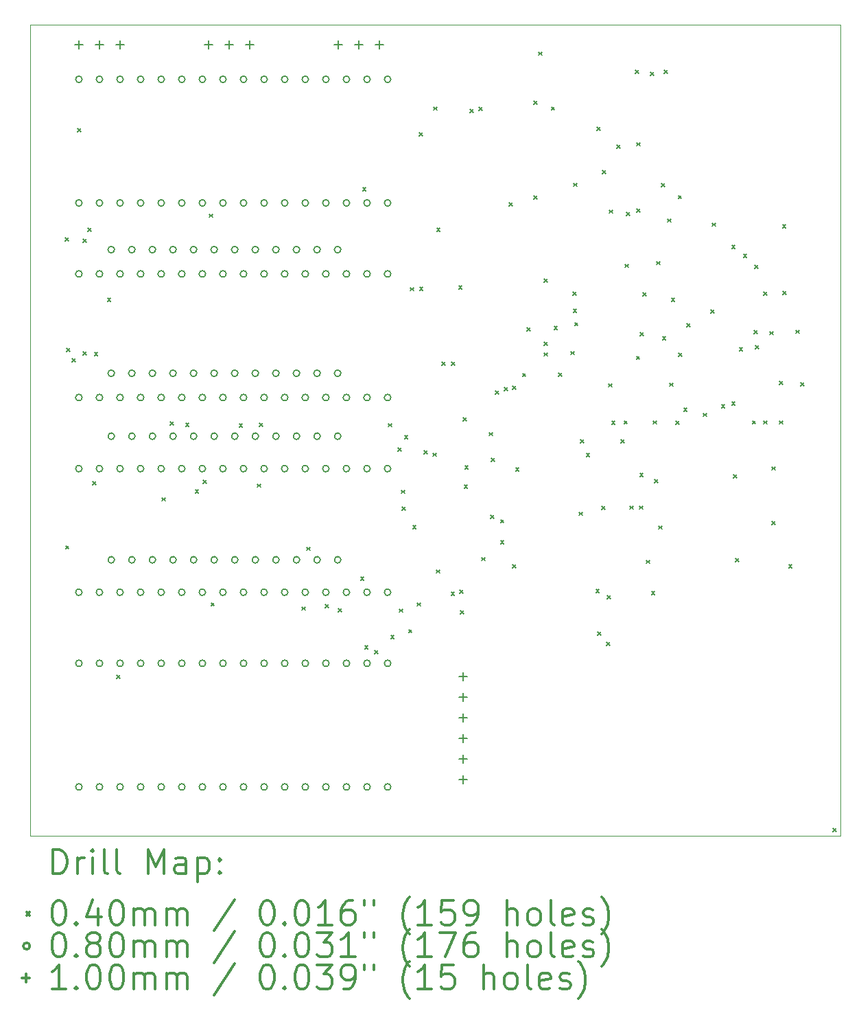
<source format=gbr>
%FSLAX45Y45*%
G04 Gerber Fmt 4.5, Leading zero omitted, Abs format (unit mm)*
G04 Created by KiCad (PCBNEW (5.1.2-1)-1) date 2020-04-02 23:09:33*
%MOMM*%
%LPD*%
G04 APERTURE LIST*
%ADD10C,0.100000*%
%ADD11C,0.200000*%
%ADD12C,0.300000*%
G04 APERTURE END LIST*
D10*
X10000000Y-13000000D02*
X10000000Y-3000000D01*
X20000000Y-13000000D02*
X10000000Y-13000000D01*
X20000000Y-3000000D02*
X20000000Y-13000000D01*
X10000000Y-3000000D02*
X20000000Y-3000000D01*
D11*
X10429990Y-5631790D02*
X10469990Y-5671790D01*
X10469990Y-5631790D02*
X10429990Y-5671790D01*
X10435960Y-9426060D02*
X10475960Y-9466060D01*
X10475960Y-9426060D02*
X10435960Y-9466060D01*
X10448150Y-6995710D02*
X10488150Y-7035710D01*
X10488150Y-6995710D02*
X10448150Y-7035710D01*
X10514990Y-7116720D02*
X10554990Y-7156720D01*
X10554990Y-7116720D02*
X10514990Y-7156720D01*
X10586900Y-4286320D02*
X10626900Y-4326320D01*
X10626900Y-4286320D02*
X10586900Y-4326320D01*
X10650170Y-5647100D02*
X10690170Y-5687100D01*
X10690170Y-5647100D02*
X10650170Y-5687100D01*
X10655120Y-7033950D02*
X10695120Y-7073950D01*
X10695120Y-7033950D02*
X10655120Y-7073950D01*
X10714010Y-5509670D02*
X10754010Y-5549670D01*
X10754010Y-5509670D02*
X10714010Y-5549670D01*
X10772620Y-8633370D02*
X10812620Y-8673370D01*
X10812620Y-8633370D02*
X10772620Y-8673370D01*
X10790980Y-7045510D02*
X10830980Y-7085510D01*
X10830980Y-7045510D02*
X10790980Y-7085510D01*
X10952440Y-6375020D02*
X10992440Y-6415020D01*
X10992440Y-6375020D02*
X10952440Y-6415020D01*
X11066500Y-11020940D02*
X11106500Y-11060940D01*
X11106500Y-11020940D02*
X11066500Y-11060940D01*
X11628170Y-8833050D02*
X11668170Y-8873050D01*
X11668170Y-8833050D02*
X11628170Y-8873050D01*
X11727650Y-7900880D02*
X11767650Y-7940880D01*
X11767650Y-7900880D02*
X11727650Y-7940880D01*
X11918030Y-7916730D02*
X11958030Y-7956730D01*
X11958030Y-7916730D02*
X11918030Y-7956730D01*
X12036610Y-8736400D02*
X12076610Y-8776400D01*
X12076610Y-8736400D02*
X12036610Y-8776400D01*
X12135590Y-8620620D02*
X12175590Y-8660620D01*
X12175590Y-8620620D02*
X12135590Y-8660620D01*
X12208420Y-5337770D02*
X12248420Y-5377770D01*
X12248420Y-5337770D02*
X12208420Y-5377770D01*
X12231000Y-10130320D02*
X12271000Y-10170320D01*
X12271000Y-10130320D02*
X12231000Y-10170320D01*
X12578610Y-7921890D02*
X12618610Y-7961890D01*
X12618610Y-7921890D02*
X12578610Y-7961890D01*
X12805230Y-8663870D02*
X12845230Y-8703870D01*
X12845230Y-8663870D02*
X12805230Y-8703870D01*
X12826990Y-7916220D02*
X12866990Y-7956220D01*
X12866990Y-7916220D02*
X12826990Y-7956220D01*
X13356240Y-10181220D02*
X13396240Y-10221220D01*
X13396240Y-10181220D02*
X13356240Y-10221220D01*
X13414780Y-9443640D02*
X13454780Y-9483640D01*
X13454780Y-9443640D02*
X13414780Y-9483640D01*
X13642470Y-10148960D02*
X13682470Y-10188960D01*
X13682470Y-10148960D02*
X13642470Y-10188960D01*
X13800120Y-10202370D02*
X13840120Y-10242370D01*
X13840120Y-10202370D02*
X13800120Y-10242370D01*
X14076550Y-9813190D02*
X14116550Y-9853190D01*
X14116550Y-9813190D02*
X14076550Y-9853190D01*
X14103490Y-5014050D02*
X14143490Y-5054050D01*
X14143490Y-5014050D02*
X14103490Y-5054050D01*
X14129120Y-10660750D02*
X14169120Y-10700750D01*
X14169120Y-10660750D02*
X14129120Y-10700750D01*
X14253320Y-10718620D02*
X14293320Y-10758620D01*
X14293320Y-10718620D02*
X14253320Y-10758620D01*
X14417130Y-7920120D02*
X14457130Y-7960120D01*
X14457130Y-7920120D02*
X14417130Y-7960120D01*
X14449890Y-10533410D02*
X14489890Y-10573410D01*
X14489890Y-10533410D02*
X14449890Y-10573410D01*
X14539290Y-8221710D02*
X14579290Y-8261710D01*
X14579290Y-8221710D02*
X14539290Y-8261710D01*
X14558120Y-10206060D02*
X14598120Y-10246060D01*
X14598120Y-10206060D02*
X14558120Y-10246060D01*
X14578620Y-8740300D02*
X14618620Y-8780300D01*
X14618620Y-8740300D02*
X14578620Y-8780300D01*
X14591250Y-8945770D02*
X14631250Y-8985770D01*
X14631250Y-8945770D02*
X14591250Y-8985770D01*
X14618240Y-8067980D02*
X14658240Y-8107980D01*
X14658240Y-8067980D02*
X14618240Y-8107980D01*
X14670770Y-10460880D02*
X14710770Y-10500880D01*
X14710770Y-10460880D02*
X14670770Y-10500880D01*
X14693470Y-6243170D02*
X14733470Y-6283170D01*
X14733470Y-6243170D02*
X14693470Y-6283170D01*
X14720560Y-9179780D02*
X14760560Y-9219780D01*
X14760560Y-9179780D02*
X14720560Y-9219780D01*
X14774110Y-10129190D02*
X14814110Y-10169190D01*
X14814110Y-10129190D02*
X14774110Y-10169190D01*
X14799290Y-4335700D02*
X14839290Y-4375700D01*
X14839290Y-4335700D02*
X14799290Y-4375700D01*
X14805390Y-6241620D02*
X14845390Y-6281620D01*
X14845390Y-6241620D02*
X14805390Y-6281620D01*
X14862920Y-8253160D02*
X14902920Y-8293160D01*
X14902920Y-8253160D02*
X14862920Y-8293160D01*
X14969800Y-8284090D02*
X15009800Y-8324090D01*
X15009800Y-8284090D02*
X14969800Y-8324090D01*
X14980900Y-4017480D02*
X15020900Y-4057480D01*
X15020900Y-4017480D02*
X14980900Y-4057480D01*
X15010200Y-9723520D02*
X15050200Y-9763520D01*
X15050200Y-9723520D02*
X15010200Y-9763520D01*
X15017260Y-5510490D02*
X15057260Y-5550490D01*
X15057260Y-5510490D02*
X15017260Y-5550490D01*
X15082190Y-7161980D02*
X15122190Y-7201980D01*
X15122190Y-7161980D02*
X15082190Y-7201980D01*
X15193870Y-9999770D02*
X15233870Y-10039770D01*
X15233870Y-9999770D02*
X15193870Y-10039770D01*
X15199440Y-7160190D02*
X15239440Y-7200190D01*
X15239440Y-7160190D02*
X15199440Y-7200190D01*
X15287810Y-6225250D02*
X15327810Y-6265250D01*
X15327810Y-6225250D02*
X15287810Y-6265250D01*
X15301100Y-9973500D02*
X15341100Y-10013500D01*
X15341100Y-9973500D02*
X15301100Y-10013500D01*
X15308850Y-10229860D02*
X15348850Y-10269860D01*
X15348850Y-10229860D02*
X15308850Y-10269860D01*
X15344160Y-7848880D02*
X15384160Y-7888880D01*
X15384160Y-7848880D02*
X15344160Y-7888880D01*
X15356320Y-8678070D02*
X15396320Y-8718070D01*
X15396320Y-8678070D02*
X15356320Y-8718070D01*
X15363710Y-8442940D02*
X15403710Y-8482940D01*
X15403710Y-8442940D02*
X15363710Y-8482940D01*
X15426020Y-4045640D02*
X15466020Y-4085640D01*
X15466020Y-4045640D02*
X15426020Y-4085640D01*
X15537460Y-4022480D02*
X15577460Y-4062480D01*
X15577460Y-4022480D02*
X15537460Y-4062480D01*
X15573870Y-9570600D02*
X15613870Y-9610600D01*
X15613870Y-9570600D02*
X15573870Y-9610600D01*
X15666060Y-8029930D02*
X15706060Y-8069930D01*
X15706060Y-8029930D02*
X15666060Y-8069930D01*
X15680820Y-9051360D02*
X15720820Y-9091360D01*
X15720820Y-9051360D02*
X15680820Y-9091360D01*
X15688900Y-8344910D02*
X15728900Y-8384910D01*
X15728900Y-8344910D02*
X15688900Y-8384910D01*
X15743060Y-7519790D02*
X15783060Y-7559790D01*
X15783060Y-7519790D02*
X15743060Y-7559790D01*
X15804920Y-9360510D02*
X15844920Y-9400510D01*
X15844920Y-9360510D02*
X15804920Y-9400510D01*
X15805090Y-9105970D02*
X15845090Y-9145970D01*
X15845090Y-9105970D02*
X15805090Y-9145970D01*
X15850060Y-7476480D02*
X15890060Y-7516480D01*
X15890060Y-7476480D02*
X15850060Y-7516480D01*
X15909850Y-5196750D02*
X15949850Y-5236750D01*
X15949850Y-5196750D02*
X15909850Y-5236750D01*
X15950090Y-7458940D02*
X15990090Y-7498940D01*
X15990090Y-7458940D02*
X15950090Y-7498940D01*
X15953260Y-9660280D02*
X15993260Y-9700280D01*
X15993260Y-9660280D02*
X15953260Y-9700280D01*
X15989680Y-8465460D02*
X16029680Y-8505460D01*
X16029680Y-8465460D02*
X15989680Y-8505460D01*
X16075870Y-7302600D02*
X16115870Y-7342600D01*
X16115870Y-7302600D02*
X16075870Y-7342600D01*
X16131290Y-6736970D02*
X16171290Y-6776970D01*
X16171290Y-6736970D02*
X16131290Y-6776970D01*
X16217560Y-3943250D02*
X16257560Y-3983250D01*
X16257560Y-3943250D02*
X16217560Y-3983250D01*
X16217700Y-5111670D02*
X16257700Y-5151670D01*
X16257700Y-5111670D02*
X16217700Y-5151670D01*
X16275160Y-3339360D02*
X16315160Y-3379360D01*
X16315160Y-3339360D02*
X16275160Y-3379360D01*
X16343780Y-6915550D02*
X16383780Y-6955550D01*
X16383780Y-6915550D02*
X16343780Y-6955550D01*
X16344330Y-6136030D02*
X16384330Y-6176030D01*
X16384330Y-6136030D02*
X16344330Y-6176030D01*
X16345110Y-7047340D02*
X16385110Y-7087340D01*
X16385110Y-7047340D02*
X16345110Y-7087340D01*
X16431650Y-4016820D02*
X16471650Y-4056820D01*
X16471650Y-4016820D02*
X16431650Y-4056820D01*
X16464180Y-6721250D02*
X16504180Y-6761250D01*
X16504180Y-6721250D02*
X16464180Y-6761250D01*
X16519370Y-7295880D02*
X16559370Y-7335880D01*
X16559370Y-7295880D02*
X16519370Y-7335880D01*
X16672980Y-7029820D02*
X16712980Y-7069820D01*
X16712980Y-7029820D02*
X16672980Y-7069820D01*
X16697580Y-6297970D02*
X16737580Y-6337970D01*
X16737580Y-6297970D02*
X16697580Y-6337970D01*
X16702010Y-6510740D02*
X16742010Y-6550740D01*
X16742010Y-6510740D02*
X16702010Y-6550740D01*
X16705950Y-4955780D02*
X16745950Y-4995780D01*
X16745950Y-4955780D02*
X16705950Y-4995780D01*
X16718420Y-6676230D02*
X16758420Y-6716230D01*
X16758420Y-6676230D02*
X16718420Y-6716230D01*
X16771760Y-9012710D02*
X16811760Y-9052710D01*
X16811760Y-9012710D02*
X16771760Y-9052710D01*
X16789750Y-8119120D02*
X16829750Y-8159120D01*
X16829750Y-8119120D02*
X16789750Y-8159120D01*
X16863020Y-8286210D02*
X16903020Y-8326210D01*
X16903020Y-8286210D02*
X16863020Y-8326210D01*
X16981190Y-9967140D02*
X17021190Y-10007140D01*
X17021190Y-9967140D02*
X16981190Y-10007140D01*
X16992820Y-4266340D02*
X17032820Y-4306340D01*
X17032820Y-4266340D02*
X16992820Y-4306340D01*
X16999940Y-10487850D02*
X17039940Y-10527850D01*
X17039940Y-10487850D02*
X16999940Y-10527850D01*
X17053930Y-8937630D02*
X17093930Y-8977630D01*
X17093930Y-8937630D02*
X17053930Y-8977630D01*
X17064210Y-4799880D02*
X17104210Y-4839880D01*
X17104210Y-4799880D02*
X17064210Y-4839880D01*
X17114920Y-10614490D02*
X17154920Y-10654490D01*
X17154920Y-10614490D02*
X17114920Y-10654490D01*
X17120450Y-10040160D02*
X17160450Y-10080160D01*
X17160450Y-10040160D02*
X17120450Y-10080160D01*
X17135780Y-7429510D02*
X17175780Y-7469510D01*
X17175780Y-7429510D02*
X17135780Y-7469510D01*
X17148760Y-5285570D02*
X17188760Y-5325570D01*
X17188760Y-5285570D02*
X17148760Y-5325570D01*
X17176800Y-7887980D02*
X17216800Y-7927980D01*
X17216800Y-7887980D02*
X17176800Y-7927980D01*
X17237280Y-4488540D02*
X17277280Y-4528540D01*
X17277280Y-4488540D02*
X17237280Y-4528540D01*
X17290080Y-8118490D02*
X17330080Y-8158490D01*
X17330080Y-8118490D02*
X17290080Y-8158490D01*
X17327890Y-7885680D02*
X17367890Y-7925680D01*
X17367890Y-7885680D02*
X17327890Y-7925680D01*
X17343570Y-5955380D02*
X17383570Y-5995380D01*
X17383570Y-5955380D02*
X17343570Y-5995380D01*
X17357100Y-5315600D02*
X17397100Y-5355600D01*
X17397100Y-5315600D02*
X17357100Y-5355600D01*
X17399230Y-8935620D02*
X17439230Y-8975620D01*
X17439230Y-8935620D02*
X17399230Y-8975620D01*
X17467060Y-3566310D02*
X17507060Y-3606310D01*
X17507060Y-3566310D02*
X17467060Y-3606310D01*
X17480750Y-7090170D02*
X17520750Y-7130170D01*
X17520750Y-7090170D02*
X17480750Y-7130170D01*
X17484350Y-4457820D02*
X17524350Y-4497820D01*
X17524350Y-4457820D02*
X17484350Y-4497820D01*
X17484350Y-5276910D02*
X17524350Y-5316910D01*
X17524350Y-5276910D02*
X17484350Y-5316910D01*
X17516440Y-8936110D02*
X17556440Y-8976110D01*
X17556440Y-8936110D02*
X17516440Y-8976110D01*
X17524200Y-8532300D02*
X17564200Y-8572300D01*
X17564200Y-8532300D02*
X17524200Y-8572300D01*
X17524410Y-6797540D02*
X17564410Y-6837540D01*
X17564410Y-6797540D02*
X17524410Y-6837540D01*
X17562440Y-6307340D02*
X17602440Y-6347340D01*
X17602440Y-6307340D02*
X17562440Y-6347340D01*
X17606460Y-9604170D02*
X17646460Y-9644170D01*
X17646460Y-9604170D02*
X17606460Y-9644170D01*
X17656860Y-3587530D02*
X17696860Y-3627530D01*
X17696860Y-3587530D02*
X17656860Y-3627530D01*
X17666420Y-9988860D02*
X17706420Y-10028860D01*
X17706420Y-9988860D02*
X17666420Y-10028860D01*
X17687080Y-7885090D02*
X17727080Y-7925090D01*
X17727080Y-7885090D02*
X17687080Y-7925090D01*
X17704270Y-8606910D02*
X17744270Y-8646910D01*
X17744270Y-8606910D02*
X17704270Y-8646910D01*
X17729390Y-5922730D02*
X17769390Y-5962730D01*
X17769390Y-5922730D02*
X17729390Y-5962730D01*
X17757250Y-9180310D02*
X17797250Y-9220310D01*
X17797250Y-9180310D02*
X17757250Y-9220310D01*
X17791490Y-4958330D02*
X17831490Y-4998330D01*
X17831490Y-4958330D02*
X17791490Y-4998330D01*
X17801410Y-6847600D02*
X17841410Y-6887600D01*
X17841410Y-6847600D02*
X17801410Y-6887600D01*
X17822060Y-3564600D02*
X17862060Y-3604600D01*
X17862060Y-3564600D02*
X17822060Y-3604600D01*
X17866780Y-5395680D02*
X17906780Y-5435680D01*
X17906780Y-5395680D02*
X17866780Y-5435680D01*
X17893510Y-7420580D02*
X17933510Y-7460580D01*
X17933510Y-7420580D02*
X17893510Y-7460580D01*
X17913670Y-6374610D02*
X17953670Y-6414610D01*
X17953670Y-6374610D02*
X17913670Y-6414610D01*
X17966170Y-7890120D02*
X18006170Y-7930120D01*
X18006170Y-7890120D02*
X17966170Y-7930120D01*
X17996980Y-5108010D02*
X18036980Y-5148010D01*
X18036980Y-5108010D02*
X17996980Y-5148010D01*
X18001930Y-7053390D02*
X18041930Y-7093390D01*
X18041930Y-7053390D02*
X18001930Y-7093390D01*
X18066000Y-7727500D02*
X18106000Y-7767500D01*
X18106000Y-7727500D02*
X18066000Y-7767500D01*
X18103410Y-6685270D02*
X18143410Y-6725270D01*
X18143410Y-6685270D02*
X18103410Y-6725270D01*
X18306600Y-7791930D02*
X18346600Y-7831930D01*
X18346600Y-7791930D02*
X18306600Y-7831930D01*
X18400030Y-6517170D02*
X18440030Y-6557170D01*
X18440030Y-6517170D02*
X18400030Y-6557170D01*
X18416100Y-5448090D02*
X18456100Y-5488090D01*
X18456100Y-5448090D02*
X18416100Y-5488090D01*
X18530360Y-7688070D02*
X18570360Y-7728070D01*
X18570360Y-7688070D02*
X18530360Y-7728070D01*
X18656700Y-5721300D02*
X18696700Y-5761300D01*
X18696700Y-5721300D02*
X18656700Y-5761300D01*
X18658630Y-7650650D02*
X18698630Y-7690650D01*
X18698630Y-7650650D02*
X18658630Y-7690650D01*
X18678400Y-8552790D02*
X18718400Y-8592790D01*
X18718400Y-8552790D02*
X18678400Y-8592790D01*
X18704910Y-9581200D02*
X18744910Y-9621200D01*
X18744910Y-9581200D02*
X18704910Y-9621200D01*
X18751100Y-6985200D02*
X18791100Y-7025200D01*
X18791100Y-6985200D02*
X18751100Y-7025200D01*
X18801180Y-5830650D02*
X18841180Y-5870650D01*
X18841180Y-5830650D02*
X18801180Y-5870650D01*
X18912240Y-7886900D02*
X18952240Y-7926900D01*
X18952240Y-7886900D02*
X18912240Y-7926900D01*
X18935540Y-6773360D02*
X18975540Y-6813360D01*
X18975540Y-6773360D02*
X18935540Y-6813360D01*
X18944150Y-5969200D02*
X18984150Y-6009200D01*
X18984150Y-5969200D02*
X18944150Y-6009200D01*
X18947550Y-6958160D02*
X18987550Y-6998160D01*
X18987550Y-6958160D02*
X18947550Y-6998160D01*
X19049510Y-6301370D02*
X19089510Y-6341370D01*
X19089510Y-6301370D02*
X19049510Y-6341370D01*
X19049510Y-7885680D02*
X19089510Y-7925680D01*
X19089510Y-7885680D02*
X19049510Y-7925680D01*
X19127210Y-6786420D02*
X19167210Y-6826420D01*
X19167210Y-6786420D02*
X19127210Y-6826420D01*
X19153620Y-8453680D02*
X19193620Y-8493680D01*
X19193620Y-8453680D02*
X19153620Y-8493680D01*
X19153620Y-9125240D02*
X19193620Y-9165240D01*
X19193620Y-9125240D02*
X19153620Y-9165240D01*
X19244430Y-7401630D02*
X19284430Y-7441630D01*
X19284430Y-7401630D02*
X19244430Y-7441630D01*
X19244430Y-7885650D02*
X19284430Y-7925650D01*
X19284430Y-7885650D02*
X19244430Y-7925650D01*
X19283720Y-5469660D02*
X19323720Y-5509660D01*
X19323720Y-5469660D02*
X19283720Y-5509660D01*
X19288730Y-6290510D02*
X19328730Y-6330510D01*
X19328730Y-6290510D02*
X19288730Y-6330510D01*
X19361260Y-9659130D02*
X19401260Y-9699130D01*
X19401260Y-9659130D02*
X19361260Y-9699130D01*
X19447490Y-6767860D02*
X19487490Y-6807860D01*
X19487490Y-6767860D02*
X19447490Y-6807860D01*
X19506340Y-7417100D02*
X19546340Y-7457100D01*
X19546340Y-7417100D02*
X19506340Y-7457100D01*
X19906300Y-12908600D02*
X19946300Y-12948600D01*
X19946300Y-12908600D02*
X19906300Y-12948600D01*
X11040000Y-5776000D02*
G75*
G03X11040000Y-5776000I-40000J0D01*
G01*
X11040000Y-7300000D02*
G75*
G03X11040000Y-7300000I-40000J0D01*
G01*
X11294000Y-5776000D02*
G75*
G03X11294000Y-5776000I-40000J0D01*
G01*
X11294000Y-7300000D02*
G75*
G03X11294000Y-7300000I-40000J0D01*
G01*
X11548000Y-5776000D02*
G75*
G03X11548000Y-5776000I-40000J0D01*
G01*
X11548000Y-7300000D02*
G75*
G03X11548000Y-7300000I-40000J0D01*
G01*
X11802000Y-5776000D02*
G75*
G03X11802000Y-5776000I-40000J0D01*
G01*
X11802000Y-7300000D02*
G75*
G03X11802000Y-7300000I-40000J0D01*
G01*
X12056000Y-5776000D02*
G75*
G03X12056000Y-5776000I-40000J0D01*
G01*
X12056000Y-7300000D02*
G75*
G03X12056000Y-7300000I-40000J0D01*
G01*
X12310000Y-5776000D02*
G75*
G03X12310000Y-5776000I-40000J0D01*
G01*
X12310000Y-7300000D02*
G75*
G03X12310000Y-7300000I-40000J0D01*
G01*
X12564000Y-5776000D02*
G75*
G03X12564000Y-5776000I-40000J0D01*
G01*
X12564000Y-7300000D02*
G75*
G03X12564000Y-7300000I-40000J0D01*
G01*
X12818000Y-5776000D02*
G75*
G03X12818000Y-5776000I-40000J0D01*
G01*
X12818000Y-7300000D02*
G75*
G03X12818000Y-7300000I-40000J0D01*
G01*
X13072000Y-5776000D02*
G75*
G03X13072000Y-5776000I-40000J0D01*
G01*
X13072000Y-7300000D02*
G75*
G03X13072000Y-7300000I-40000J0D01*
G01*
X13326000Y-5776000D02*
G75*
G03X13326000Y-5776000I-40000J0D01*
G01*
X13326000Y-7300000D02*
G75*
G03X13326000Y-7300000I-40000J0D01*
G01*
X13580000Y-5776000D02*
G75*
G03X13580000Y-5776000I-40000J0D01*
G01*
X13580000Y-7300000D02*
G75*
G03X13580000Y-7300000I-40000J0D01*
G01*
X13834000Y-5776000D02*
G75*
G03X13834000Y-5776000I-40000J0D01*
G01*
X13834000Y-7300000D02*
G75*
G03X13834000Y-7300000I-40000J0D01*
G01*
X10640000Y-10876000D02*
G75*
G03X10640000Y-10876000I-40000J0D01*
G01*
X10640000Y-12400000D02*
G75*
G03X10640000Y-12400000I-40000J0D01*
G01*
X10894000Y-10876000D02*
G75*
G03X10894000Y-10876000I-40000J0D01*
G01*
X10894000Y-12400000D02*
G75*
G03X10894000Y-12400000I-40000J0D01*
G01*
X11148000Y-10876000D02*
G75*
G03X11148000Y-10876000I-40000J0D01*
G01*
X11148000Y-12400000D02*
G75*
G03X11148000Y-12400000I-40000J0D01*
G01*
X11402000Y-10876000D02*
G75*
G03X11402000Y-10876000I-40000J0D01*
G01*
X11402000Y-12400000D02*
G75*
G03X11402000Y-12400000I-40000J0D01*
G01*
X11656000Y-10876000D02*
G75*
G03X11656000Y-10876000I-40000J0D01*
G01*
X11656000Y-12400000D02*
G75*
G03X11656000Y-12400000I-40000J0D01*
G01*
X11910000Y-10876000D02*
G75*
G03X11910000Y-10876000I-40000J0D01*
G01*
X11910000Y-12400000D02*
G75*
G03X11910000Y-12400000I-40000J0D01*
G01*
X12164000Y-10876000D02*
G75*
G03X12164000Y-10876000I-40000J0D01*
G01*
X12164000Y-12400000D02*
G75*
G03X12164000Y-12400000I-40000J0D01*
G01*
X12418000Y-10876000D02*
G75*
G03X12418000Y-10876000I-40000J0D01*
G01*
X12418000Y-12400000D02*
G75*
G03X12418000Y-12400000I-40000J0D01*
G01*
X12672000Y-10876000D02*
G75*
G03X12672000Y-10876000I-40000J0D01*
G01*
X12672000Y-12400000D02*
G75*
G03X12672000Y-12400000I-40000J0D01*
G01*
X12926000Y-10876000D02*
G75*
G03X12926000Y-10876000I-40000J0D01*
G01*
X12926000Y-12400000D02*
G75*
G03X12926000Y-12400000I-40000J0D01*
G01*
X13180000Y-10876000D02*
G75*
G03X13180000Y-10876000I-40000J0D01*
G01*
X13180000Y-12400000D02*
G75*
G03X13180000Y-12400000I-40000J0D01*
G01*
X13434000Y-10876000D02*
G75*
G03X13434000Y-10876000I-40000J0D01*
G01*
X13434000Y-12400000D02*
G75*
G03X13434000Y-12400000I-40000J0D01*
G01*
X13688000Y-10876000D02*
G75*
G03X13688000Y-10876000I-40000J0D01*
G01*
X13688000Y-12400000D02*
G75*
G03X13688000Y-12400000I-40000J0D01*
G01*
X13942000Y-10876000D02*
G75*
G03X13942000Y-10876000I-40000J0D01*
G01*
X13942000Y-12400000D02*
G75*
G03X13942000Y-12400000I-40000J0D01*
G01*
X14196000Y-10876000D02*
G75*
G03X14196000Y-10876000I-40000J0D01*
G01*
X14196000Y-12400000D02*
G75*
G03X14196000Y-12400000I-40000J0D01*
G01*
X14450000Y-10876000D02*
G75*
G03X14450000Y-10876000I-40000J0D01*
G01*
X14450000Y-12400000D02*
G75*
G03X14450000Y-12400000I-40000J0D01*
G01*
X10640000Y-3676000D02*
G75*
G03X10640000Y-3676000I-40000J0D01*
G01*
X10640000Y-5200000D02*
G75*
G03X10640000Y-5200000I-40000J0D01*
G01*
X10894000Y-3676000D02*
G75*
G03X10894000Y-3676000I-40000J0D01*
G01*
X10894000Y-5200000D02*
G75*
G03X10894000Y-5200000I-40000J0D01*
G01*
X11148000Y-3676000D02*
G75*
G03X11148000Y-3676000I-40000J0D01*
G01*
X11148000Y-5200000D02*
G75*
G03X11148000Y-5200000I-40000J0D01*
G01*
X11402000Y-3676000D02*
G75*
G03X11402000Y-3676000I-40000J0D01*
G01*
X11402000Y-5200000D02*
G75*
G03X11402000Y-5200000I-40000J0D01*
G01*
X11656000Y-3676000D02*
G75*
G03X11656000Y-3676000I-40000J0D01*
G01*
X11656000Y-5200000D02*
G75*
G03X11656000Y-5200000I-40000J0D01*
G01*
X11910000Y-3676000D02*
G75*
G03X11910000Y-3676000I-40000J0D01*
G01*
X11910000Y-5200000D02*
G75*
G03X11910000Y-5200000I-40000J0D01*
G01*
X12164000Y-3676000D02*
G75*
G03X12164000Y-3676000I-40000J0D01*
G01*
X12164000Y-5200000D02*
G75*
G03X12164000Y-5200000I-40000J0D01*
G01*
X12418000Y-3676000D02*
G75*
G03X12418000Y-3676000I-40000J0D01*
G01*
X12418000Y-5200000D02*
G75*
G03X12418000Y-5200000I-40000J0D01*
G01*
X12672000Y-3676000D02*
G75*
G03X12672000Y-3676000I-40000J0D01*
G01*
X12672000Y-5200000D02*
G75*
G03X12672000Y-5200000I-40000J0D01*
G01*
X12926000Y-3676000D02*
G75*
G03X12926000Y-3676000I-40000J0D01*
G01*
X12926000Y-5200000D02*
G75*
G03X12926000Y-5200000I-40000J0D01*
G01*
X13180000Y-3676000D02*
G75*
G03X13180000Y-3676000I-40000J0D01*
G01*
X13180000Y-5200000D02*
G75*
G03X13180000Y-5200000I-40000J0D01*
G01*
X13434000Y-3676000D02*
G75*
G03X13434000Y-3676000I-40000J0D01*
G01*
X13434000Y-5200000D02*
G75*
G03X13434000Y-5200000I-40000J0D01*
G01*
X13688000Y-3676000D02*
G75*
G03X13688000Y-3676000I-40000J0D01*
G01*
X13688000Y-5200000D02*
G75*
G03X13688000Y-5200000I-40000J0D01*
G01*
X13942000Y-3676000D02*
G75*
G03X13942000Y-3676000I-40000J0D01*
G01*
X13942000Y-5200000D02*
G75*
G03X13942000Y-5200000I-40000J0D01*
G01*
X14196000Y-3676000D02*
G75*
G03X14196000Y-3676000I-40000J0D01*
G01*
X14196000Y-5200000D02*
G75*
G03X14196000Y-5200000I-40000J0D01*
G01*
X14450000Y-3676000D02*
G75*
G03X14450000Y-3676000I-40000J0D01*
G01*
X14450000Y-5200000D02*
G75*
G03X14450000Y-5200000I-40000J0D01*
G01*
X10640000Y-6076000D02*
G75*
G03X10640000Y-6076000I-40000J0D01*
G01*
X10640000Y-7600000D02*
G75*
G03X10640000Y-7600000I-40000J0D01*
G01*
X10894000Y-6076000D02*
G75*
G03X10894000Y-6076000I-40000J0D01*
G01*
X10894000Y-7600000D02*
G75*
G03X10894000Y-7600000I-40000J0D01*
G01*
X11148000Y-6076000D02*
G75*
G03X11148000Y-6076000I-40000J0D01*
G01*
X11148000Y-7600000D02*
G75*
G03X11148000Y-7600000I-40000J0D01*
G01*
X11402000Y-6076000D02*
G75*
G03X11402000Y-6076000I-40000J0D01*
G01*
X11402000Y-7600000D02*
G75*
G03X11402000Y-7600000I-40000J0D01*
G01*
X11656000Y-6076000D02*
G75*
G03X11656000Y-6076000I-40000J0D01*
G01*
X11656000Y-7600000D02*
G75*
G03X11656000Y-7600000I-40000J0D01*
G01*
X11910000Y-6076000D02*
G75*
G03X11910000Y-6076000I-40000J0D01*
G01*
X11910000Y-7600000D02*
G75*
G03X11910000Y-7600000I-40000J0D01*
G01*
X12164000Y-6076000D02*
G75*
G03X12164000Y-6076000I-40000J0D01*
G01*
X12164000Y-7600000D02*
G75*
G03X12164000Y-7600000I-40000J0D01*
G01*
X12418000Y-6076000D02*
G75*
G03X12418000Y-6076000I-40000J0D01*
G01*
X12418000Y-7600000D02*
G75*
G03X12418000Y-7600000I-40000J0D01*
G01*
X12672000Y-6076000D02*
G75*
G03X12672000Y-6076000I-40000J0D01*
G01*
X12672000Y-7600000D02*
G75*
G03X12672000Y-7600000I-40000J0D01*
G01*
X12926000Y-6076000D02*
G75*
G03X12926000Y-6076000I-40000J0D01*
G01*
X12926000Y-7600000D02*
G75*
G03X12926000Y-7600000I-40000J0D01*
G01*
X13180000Y-6076000D02*
G75*
G03X13180000Y-6076000I-40000J0D01*
G01*
X13180000Y-7600000D02*
G75*
G03X13180000Y-7600000I-40000J0D01*
G01*
X13434000Y-6076000D02*
G75*
G03X13434000Y-6076000I-40000J0D01*
G01*
X13434000Y-7600000D02*
G75*
G03X13434000Y-7600000I-40000J0D01*
G01*
X13688000Y-6076000D02*
G75*
G03X13688000Y-6076000I-40000J0D01*
G01*
X13688000Y-7600000D02*
G75*
G03X13688000Y-7600000I-40000J0D01*
G01*
X13942000Y-6076000D02*
G75*
G03X13942000Y-6076000I-40000J0D01*
G01*
X13942000Y-7600000D02*
G75*
G03X13942000Y-7600000I-40000J0D01*
G01*
X14196000Y-6076000D02*
G75*
G03X14196000Y-6076000I-40000J0D01*
G01*
X14196000Y-7600000D02*
G75*
G03X14196000Y-7600000I-40000J0D01*
G01*
X14450000Y-6076000D02*
G75*
G03X14450000Y-6076000I-40000J0D01*
G01*
X14450000Y-7600000D02*
G75*
G03X14450000Y-7600000I-40000J0D01*
G01*
X10640000Y-8476000D02*
G75*
G03X10640000Y-8476000I-40000J0D01*
G01*
X10640000Y-10000000D02*
G75*
G03X10640000Y-10000000I-40000J0D01*
G01*
X10894000Y-8476000D02*
G75*
G03X10894000Y-8476000I-40000J0D01*
G01*
X10894000Y-10000000D02*
G75*
G03X10894000Y-10000000I-40000J0D01*
G01*
X11148000Y-8476000D02*
G75*
G03X11148000Y-8476000I-40000J0D01*
G01*
X11148000Y-10000000D02*
G75*
G03X11148000Y-10000000I-40000J0D01*
G01*
X11402000Y-8476000D02*
G75*
G03X11402000Y-8476000I-40000J0D01*
G01*
X11402000Y-10000000D02*
G75*
G03X11402000Y-10000000I-40000J0D01*
G01*
X11656000Y-8476000D02*
G75*
G03X11656000Y-8476000I-40000J0D01*
G01*
X11656000Y-10000000D02*
G75*
G03X11656000Y-10000000I-40000J0D01*
G01*
X11910000Y-8476000D02*
G75*
G03X11910000Y-8476000I-40000J0D01*
G01*
X11910000Y-10000000D02*
G75*
G03X11910000Y-10000000I-40000J0D01*
G01*
X12164000Y-8476000D02*
G75*
G03X12164000Y-8476000I-40000J0D01*
G01*
X12164000Y-10000000D02*
G75*
G03X12164000Y-10000000I-40000J0D01*
G01*
X12418000Y-8476000D02*
G75*
G03X12418000Y-8476000I-40000J0D01*
G01*
X12418000Y-10000000D02*
G75*
G03X12418000Y-10000000I-40000J0D01*
G01*
X12672000Y-8476000D02*
G75*
G03X12672000Y-8476000I-40000J0D01*
G01*
X12672000Y-10000000D02*
G75*
G03X12672000Y-10000000I-40000J0D01*
G01*
X12926000Y-8476000D02*
G75*
G03X12926000Y-8476000I-40000J0D01*
G01*
X12926000Y-10000000D02*
G75*
G03X12926000Y-10000000I-40000J0D01*
G01*
X13180000Y-8476000D02*
G75*
G03X13180000Y-8476000I-40000J0D01*
G01*
X13180000Y-10000000D02*
G75*
G03X13180000Y-10000000I-40000J0D01*
G01*
X13434000Y-8476000D02*
G75*
G03X13434000Y-8476000I-40000J0D01*
G01*
X13434000Y-10000000D02*
G75*
G03X13434000Y-10000000I-40000J0D01*
G01*
X13688000Y-8476000D02*
G75*
G03X13688000Y-8476000I-40000J0D01*
G01*
X13688000Y-10000000D02*
G75*
G03X13688000Y-10000000I-40000J0D01*
G01*
X13942000Y-8476000D02*
G75*
G03X13942000Y-8476000I-40000J0D01*
G01*
X13942000Y-10000000D02*
G75*
G03X13942000Y-10000000I-40000J0D01*
G01*
X14196000Y-8476000D02*
G75*
G03X14196000Y-8476000I-40000J0D01*
G01*
X14196000Y-10000000D02*
G75*
G03X14196000Y-10000000I-40000J0D01*
G01*
X14450000Y-8476000D02*
G75*
G03X14450000Y-8476000I-40000J0D01*
G01*
X14450000Y-10000000D02*
G75*
G03X14450000Y-10000000I-40000J0D01*
G01*
X11040000Y-8076000D02*
G75*
G03X11040000Y-8076000I-40000J0D01*
G01*
X11040000Y-9600000D02*
G75*
G03X11040000Y-9600000I-40000J0D01*
G01*
X11294000Y-8076000D02*
G75*
G03X11294000Y-8076000I-40000J0D01*
G01*
X11294000Y-9600000D02*
G75*
G03X11294000Y-9600000I-40000J0D01*
G01*
X11548000Y-8076000D02*
G75*
G03X11548000Y-8076000I-40000J0D01*
G01*
X11548000Y-9600000D02*
G75*
G03X11548000Y-9600000I-40000J0D01*
G01*
X11802000Y-8076000D02*
G75*
G03X11802000Y-8076000I-40000J0D01*
G01*
X11802000Y-9600000D02*
G75*
G03X11802000Y-9600000I-40000J0D01*
G01*
X12056000Y-8076000D02*
G75*
G03X12056000Y-8076000I-40000J0D01*
G01*
X12056000Y-9600000D02*
G75*
G03X12056000Y-9600000I-40000J0D01*
G01*
X12310000Y-8076000D02*
G75*
G03X12310000Y-8076000I-40000J0D01*
G01*
X12310000Y-9600000D02*
G75*
G03X12310000Y-9600000I-40000J0D01*
G01*
X12564000Y-8076000D02*
G75*
G03X12564000Y-8076000I-40000J0D01*
G01*
X12564000Y-9600000D02*
G75*
G03X12564000Y-9600000I-40000J0D01*
G01*
X12818000Y-8076000D02*
G75*
G03X12818000Y-8076000I-40000J0D01*
G01*
X12818000Y-9600000D02*
G75*
G03X12818000Y-9600000I-40000J0D01*
G01*
X13072000Y-8076000D02*
G75*
G03X13072000Y-8076000I-40000J0D01*
G01*
X13072000Y-9600000D02*
G75*
G03X13072000Y-9600000I-40000J0D01*
G01*
X13326000Y-8076000D02*
G75*
G03X13326000Y-8076000I-40000J0D01*
G01*
X13326000Y-9600000D02*
G75*
G03X13326000Y-9600000I-40000J0D01*
G01*
X13580000Y-8076000D02*
G75*
G03X13580000Y-8076000I-40000J0D01*
G01*
X13580000Y-9600000D02*
G75*
G03X13580000Y-9600000I-40000J0D01*
G01*
X13834000Y-8076000D02*
G75*
G03X13834000Y-8076000I-40000J0D01*
G01*
X13834000Y-9600000D02*
G75*
G03X13834000Y-9600000I-40000J0D01*
G01*
X10600000Y-3200000D02*
X10600000Y-3300000D01*
X10550000Y-3250000D02*
X10650000Y-3250000D01*
X10854000Y-3200000D02*
X10854000Y-3300000D01*
X10804000Y-3250000D02*
X10904000Y-3250000D01*
X11108000Y-3200000D02*
X11108000Y-3300000D01*
X11058000Y-3250000D02*
X11158000Y-3250000D01*
X13800000Y-3200000D02*
X13800000Y-3300000D01*
X13750000Y-3250000D02*
X13850000Y-3250000D01*
X14054000Y-3200000D02*
X14054000Y-3300000D01*
X14004000Y-3250000D02*
X14104000Y-3250000D01*
X14308000Y-3200000D02*
X14308000Y-3300000D01*
X14258000Y-3250000D02*
X14358000Y-3250000D01*
X15341600Y-10986300D02*
X15341600Y-11086300D01*
X15291600Y-11036300D02*
X15391600Y-11036300D01*
X15341600Y-11240300D02*
X15341600Y-11340300D01*
X15291600Y-11290300D02*
X15391600Y-11290300D01*
X15341600Y-11494300D02*
X15341600Y-11594300D01*
X15291600Y-11544300D02*
X15391600Y-11544300D01*
X15341600Y-11748300D02*
X15341600Y-11848300D01*
X15291600Y-11798300D02*
X15391600Y-11798300D01*
X15341600Y-12002300D02*
X15341600Y-12102300D01*
X15291600Y-12052300D02*
X15391600Y-12052300D01*
X15341600Y-12256300D02*
X15341600Y-12356300D01*
X15291600Y-12306300D02*
X15391600Y-12306300D01*
X12200000Y-3200000D02*
X12200000Y-3300000D01*
X12150000Y-3250000D02*
X12250000Y-3250000D01*
X12454000Y-3200000D02*
X12454000Y-3300000D01*
X12404000Y-3250000D02*
X12504000Y-3250000D01*
X12708000Y-3200000D02*
X12708000Y-3300000D01*
X12658000Y-3250000D02*
X12758000Y-3250000D01*
D12*
X10281428Y-13470714D02*
X10281428Y-13170714D01*
X10352857Y-13170714D01*
X10395714Y-13185000D01*
X10424286Y-13213571D01*
X10438571Y-13242143D01*
X10452857Y-13299286D01*
X10452857Y-13342143D01*
X10438571Y-13399286D01*
X10424286Y-13427857D01*
X10395714Y-13456429D01*
X10352857Y-13470714D01*
X10281428Y-13470714D01*
X10581428Y-13470714D02*
X10581428Y-13270714D01*
X10581428Y-13327857D02*
X10595714Y-13299286D01*
X10610000Y-13285000D01*
X10638571Y-13270714D01*
X10667143Y-13270714D01*
X10767143Y-13470714D02*
X10767143Y-13270714D01*
X10767143Y-13170714D02*
X10752857Y-13185000D01*
X10767143Y-13199286D01*
X10781428Y-13185000D01*
X10767143Y-13170714D01*
X10767143Y-13199286D01*
X10952857Y-13470714D02*
X10924286Y-13456429D01*
X10910000Y-13427857D01*
X10910000Y-13170714D01*
X11110000Y-13470714D02*
X11081428Y-13456429D01*
X11067143Y-13427857D01*
X11067143Y-13170714D01*
X11452857Y-13470714D02*
X11452857Y-13170714D01*
X11552857Y-13385000D01*
X11652857Y-13170714D01*
X11652857Y-13470714D01*
X11924286Y-13470714D02*
X11924286Y-13313571D01*
X11910000Y-13285000D01*
X11881428Y-13270714D01*
X11824286Y-13270714D01*
X11795714Y-13285000D01*
X11924286Y-13456429D02*
X11895714Y-13470714D01*
X11824286Y-13470714D01*
X11795714Y-13456429D01*
X11781428Y-13427857D01*
X11781428Y-13399286D01*
X11795714Y-13370714D01*
X11824286Y-13356429D01*
X11895714Y-13356429D01*
X11924286Y-13342143D01*
X12067143Y-13270714D02*
X12067143Y-13570714D01*
X12067143Y-13285000D02*
X12095714Y-13270714D01*
X12152857Y-13270714D01*
X12181428Y-13285000D01*
X12195714Y-13299286D01*
X12210000Y-13327857D01*
X12210000Y-13413571D01*
X12195714Y-13442143D01*
X12181428Y-13456429D01*
X12152857Y-13470714D01*
X12095714Y-13470714D01*
X12067143Y-13456429D01*
X12338571Y-13442143D02*
X12352857Y-13456429D01*
X12338571Y-13470714D01*
X12324286Y-13456429D01*
X12338571Y-13442143D01*
X12338571Y-13470714D01*
X12338571Y-13285000D02*
X12352857Y-13299286D01*
X12338571Y-13313571D01*
X12324286Y-13299286D01*
X12338571Y-13285000D01*
X12338571Y-13313571D01*
X9955000Y-13945000D02*
X9995000Y-13985000D01*
X9995000Y-13945000D02*
X9955000Y-13985000D01*
X10338571Y-13800714D02*
X10367143Y-13800714D01*
X10395714Y-13815000D01*
X10410000Y-13829286D01*
X10424286Y-13857857D01*
X10438571Y-13915000D01*
X10438571Y-13986429D01*
X10424286Y-14043571D01*
X10410000Y-14072143D01*
X10395714Y-14086429D01*
X10367143Y-14100714D01*
X10338571Y-14100714D01*
X10310000Y-14086429D01*
X10295714Y-14072143D01*
X10281428Y-14043571D01*
X10267143Y-13986429D01*
X10267143Y-13915000D01*
X10281428Y-13857857D01*
X10295714Y-13829286D01*
X10310000Y-13815000D01*
X10338571Y-13800714D01*
X10567143Y-14072143D02*
X10581428Y-14086429D01*
X10567143Y-14100714D01*
X10552857Y-14086429D01*
X10567143Y-14072143D01*
X10567143Y-14100714D01*
X10838571Y-13900714D02*
X10838571Y-14100714D01*
X10767143Y-13786429D02*
X10695714Y-14000714D01*
X10881428Y-14000714D01*
X11052857Y-13800714D02*
X11081428Y-13800714D01*
X11110000Y-13815000D01*
X11124286Y-13829286D01*
X11138571Y-13857857D01*
X11152857Y-13915000D01*
X11152857Y-13986429D01*
X11138571Y-14043571D01*
X11124286Y-14072143D01*
X11110000Y-14086429D01*
X11081428Y-14100714D01*
X11052857Y-14100714D01*
X11024286Y-14086429D01*
X11010000Y-14072143D01*
X10995714Y-14043571D01*
X10981428Y-13986429D01*
X10981428Y-13915000D01*
X10995714Y-13857857D01*
X11010000Y-13829286D01*
X11024286Y-13815000D01*
X11052857Y-13800714D01*
X11281428Y-14100714D02*
X11281428Y-13900714D01*
X11281428Y-13929286D02*
X11295714Y-13915000D01*
X11324286Y-13900714D01*
X11367143Y-13900714D01*
X11395714Y-13915000D01*
X11410000Y-13943571D01*
X11410000Y-14100714D01*
X11410000Y-13943571D02*
X11424286Y-13915000D01*
X11452857Y-13900714D01*
X11495714Y-13900714D01*
X11524286Y-13915000D01*
X11538571Y-13943571D01*
X11538571Y-14100714D01*
X11681428Y-14100714D02*
X11681428Y-13900714D01*
X11681428Y-13929286D02*
X11695714Y-13915000D01*
X11724286Y-13900714D01*
X11767143Y-13900714D01*
X11795714Y-13915000D01*
X11810000Y-13943571D01*
X11810000Y-14100714D01*
X11810000Y-13943571D02*
X11824286Y-13915000D01*
X11852857Y-13900714D01*
X11895714Y-13900714D01*
X11924286Y-13915000D01*
X11938571Y-13943571D01*
X11938571Y-14100714D01*
X12524286Y-13786429D02*
X12267143Y-14172143D01*
X12910000Y-13800714D02*
X12938571Y-13800714D01*
X12967143Y-13815000D01*
X12981428Y-13829286D01*
X12995714Y-13857857D01*
X13010000Y-13915000D01*
X13010000Y-13986429D01*
X12995714Y-14043571D01*
X12981428Y-14072143D01*
X12967143Y-14086429D01*
X12938571Y-14100714D01*
X12910000Y-14100714D01*
X12881428Y-14086429D01*
X12867143Y-14072143D01*
X12852857Y-14043571D01*
X12838571Y-13986429D01*
X12838571Y-13915000D01*
X12852857Y-13857857D01*
X12867143Y-13829286D01*
X12881428Y-13815000D01*
X12910000Y-13800714D01*
X13138571Y-14072143D02*
X13152857Y-14086429D01*
X13138571Y-14100714D01*
X13124286Y-14086429D01*
X13138571Y-14072143D01*
X13138571Y-14100714D01*
X13338571Y-13800714D02*
X13367143Y-13800714D01*
X13395714Y-13815000D01*
X13410000Y-13829286D01*
X13424286Y-13857857D01*
X13438571Y-13915000D01*
X13438571Y-13986429D01*
X13424286Y-14043571D01*
X13410000Y-14072143D01*
X13395714Y-14086429D01*
X13367143Y-14100714D01*
X13338571Y-14100714D01*
X13310000Y-14086429D01*
X13295714Y-14072143D01*
X13281428Y-14043571D01*
X13267143Y-13986429D01*
X13267143Y-13915000D01*
X13281428Y-13857857D01*
X13295714Y-13829286D01*
X13310000Y-13815000D01*
X13338571Y-13800714D01*
X13724286Y-14100714D02*
X13552857Y-14100714D01*
X13638571Y-14100714D02*
X13638571Y-13800714D01*
X13610000Y-13843571D01*
X13581428Y-13872143D01*
X13552857Y-13886429D01*
X13981428Y-13800714D02*
X13924286Y-13800714D01*
X13895714Y-13815000D01*
X13881428Y-13829286D01*
X13852857Y-13872143D01*
X13838571Y-13929286D01*
X13838571Y-14043571D01*
X13852857Y-14072143D01*
X13867143Y-14086429D01*
X13895714Y-14100714D01*
X13952857Y-14100714D01*
X13981428Y-14086429D01*
X13995714Y-14072143D01*
X14010000Y-14043571D01*
X14010000Y-13972143D01*
X13995714Y-13943571D01*
X13981428Y-13929286D01*
X13952857Y-13915000D01*
X13895714Y-13915000D01*
X13867143Y-13929286D01*
X13852857Y-13943571D01*
X13838571Y-13972143D01*
X14124286Y-13800714D02*
X14124286Y-13857857D01*
X14238571Y-13800714D02*
X14238571Y-13857857D01*
X14681428Y-14215000D02*
X14667143Y-14200714D01*
X14638571Y-14157857D01*
X14624286Y-14129286D01*
X14610000Y-14086429D01*
X14595714Y-14015000D01*
X14595714Y-13957857D01*
X14610000Y-13886429D01*
X14624286Y-13843571D01*
X14638571Y-13815000D01*
X14667143Y-13772143D01*
X14681428Y-13757857D01*
X14952857Y-14100714D02*
X14781428Y-14100714D01*
X14867143Y-14100714D02*
X14867143Y-13800714D01*
X14838571Y-13843571D01*
X14810000Y-13872143D01*
X14781428Y-13886429D01*
X15224286Y-13800714D02*
X15081428Y-13800714D01*
X15067143Y-13943571D01*
X15081428Y-13929286D01*
X15110000Y-13915000D01*
X15181428Y-13915000D01*
X15210000Y-13929286D01*
X15224286Y-13943571D01*
X15238571Y-13972143D01*
X15238571Y-14043571D01*
X15224286Y-14072143D01*
X15210000Y-14086429D01*
X15181428Y-14100714D01*
X15110000Y-14100714D01*
X15081428Y-14086429D01*
X15067143Y-14072143D01*
X15381428Y-14100714D02*
X15438571Y-14100714D01*
X15467143Y-14086429D01*
X15481428Y-14072143D01*
X15510000Y-14029286D01*
X15524286Y-13972143D01*
X15524286Y-13857857D01*
X15510000Y-13829286D01*
X15495714Y-13815000D01*
X15467143Y-13800714D01*
X15410000Y-13800714D01*
X15381428Y-13815000D01*
X15367143Y-13829286D01*
X15352857Y-13857857D01*
X15352857Y-13929286D01*
X15367143Y-13957857D01*
X15381428Y-13972143D01*
X15410000Y-13986429D01*
X15467143Y-13986429D01*
X15495714Y-13972143D01*
X15510000Y-13957857D01*
X15524286Y-13929286D01*
X15881428Y-14100714D02*
X15881428Y-13800714D01*
X16010000Y-14100714D02*
X16010000Y-13943571D01*
X15995714Y-13915000D01*
X15967143Y-13900714D01*
X15924286Y-13900714D01*
X15895714Y-13915000D01*
X15881428Y-13929286D01*
X16195714Y-14100714D02*
X16167143Y-14086429D01*
X16152857Y-14072143D01*
X16138571Y-14043571D01*
X16138571Y-13957857D01*
X16152857Y-13929286D01*
X16167143Y-13915000D01*
X16195714Y-13900714D01*
X16238571Y-13900714D01*
X16267143Y-13915000D01*
X16281428Y-13929286D01*
X16295714Y-13957857D01*
X16295714Y-14043571D01*
X16281428Y-14072143D01*
X16267143Y-14086429D01*
X16238571Y-14100714D01*
X16195714Y-14100714D01*
X16467143Y-14100714D02*
X16438571Y-14086429D01*
X16424286Y-14057857D01*
X16424286Y-13800714D01*
X16695714Y-14086429D02*
X16667143Y-14100714D01*
X16610000Y-14100714D01*
X16581428Y-14086429D01*
X16567143Y-14057857D01*
X16567143Y-13943571D01*
X16581428Y-13915000D01*
X16610000Y-13900714D01*
X16667143Y-13900714D01*
X16695714Y-13915000D01*
X16710000Y-13943571D01*
X16710000Y-13972143D01*
X16567143Y-14000714D01*
X16824286Y-14086429D02*
X16852857Y-14100714D01*
X16910000Y-14100714D01*
X16938571Y-14086429D01*
X16952857Y-14057857D01*
X16952857Y-14043571D01*
X16938571Y-14015000D01*
X16910000Y-14000714D01*
X16867143Y-14000714D01*
X16838571Y-13986429D01*
X16824286Y-13957857D01*
X16824286Y-13943571D01*
X16838571Y-13915000D01*
X16867143Y-13900714D01*
X16910000Y-13900714D01*
X16938571Y-13915000D01*
X17052857Y-14215000D02*
X17067143Y-14200714D01*
X17095714Y-14157857D01*
X17110000Y-14129286D01*
X17124286Y-14086429D01*
X17138571Y-14015000D01*
X17138571Y-13957857D01*
X17124286Y-13886429D01*
X17110000Y-13843571D01*
X17095714Y-13815000D01*
X17067143Y-13772143D01*
X17052857Y-13757857D01*
X9995000Y-14361000D02*
G75*
G03X9995000Y-14361000I-40000J0D01*
G01*
X10338571Y-14196714D02*
X10367143Y-14196714D01*
X10395714Y-14211000D01*
X10410000Y-14225286D01*
X10424286Y-14253857D01*
X10438571Y-14311000D01*
X10438571Y-14382429D01*
X10424286Y-14439571D01*
X10410000Y-14468143D01*
X10395714Y-14482429D01*
X10367143Y-14496714D01*
X10338571Y-14496714D01*
X10310000Y-14482429D01*
X10295714Y-14468143D01*
X10281428Y-14439571D01*
X10267143Y-14382429D01*
X10267143Y-14311000D01*
X10281428Y-14253857D01*
X10295714Y-14225286D01*
X10310000Y-14211000D01*
X10338571Y-14196714D01*
X10567143Y-14468143D02*
X10581428Y-14482429D01*
X10567143Y-14496714D01*
X10552857Y-14482429D01*
X10567143Y-14468143D01*
X10567143Y-14496714D01*
X10752857Y-14325286D02*
X10724286Y-14311000D01*
X10710000Y-14296714D01*
X10695714Y-14268143D01*
X10695714Y-14253857D01*
X10710000Y-14225286D01*
X10724286Y-14211000D01*
X10752857Y-14196714D01*
X10810000Y-14196714D01*
X10838571Y-14211000D01*
X10852857Y-14225286D01*
X10867143Y-14253857D01*
X10867143Y-14268143D01*
X10852857Y-14296714D01*
X10838571Y-14311000D01*
X10810000Y-14325286D01*
X10752857Y-14325286D01*
X10724286Y-14339571D01*
X10710000Y-14353857D01*
X10695714Y-14382429D01*
X10695714Y-14439571D01*
X10710000Y-14468143D01*
X10724286Y-14482429D01*
X10752857Y-14496714D01*
X10810000Y-14496714D01*
X10838571Y-14482429D01*
X10852857Y-14468143D01*
X10867143Y-14439571D01*
X10867143Y-14382429D01*
X10852857Y-14353857D01*
X10838571Y-14339571D01*
X10810000Y-14325286D01*
X11052857Y-14196714D02*
X11081428Y-14196714D01*
X11110000Y-14211000D01*
X11124286Y-14225286D01*
X11138571Y-14253857D01*
X11152857Y-14311000D01*
X11152857Y-14382429D01*
X11138571Y-14439571D01*
X11124286Y-14468143D01*
X11110000Y-14482429D01*
X11081428Y-14496714D01*
X11052857Y-14496714D01*
X11024286Y-14482429D01*
X11010000Y-14468143D01*
X10995714Y-14439571D01*
X10981428Y-14382429D01*
X10981428Y-14311000D01*
X10995714Y-14253857D01*
X11010000Y-14225286D01*
X11024286Y-14211000D01*
X11052857Y-14196714D01*
X11281428Y-14496714D02*
X11281428Y-14296714D01*
X11281428Y-14325286D02*
X11295714Y-14311000D01*
X11324286Y-14296714D01*
X11367143Y-14296714D01*
X11395714Y-14311000D01*
X11410000Y-14339571D01*
X11410000Y-14496714D01*
X11410000Y-14339571D02*
X11424286Y-14311000D01*
X11452857Y-14296714D01*
X11495714Y-14296714D01*
X11524286Y-14311000D01*
X11538571Y-14339571D01*
X11538571Y-14496714D01*
X11681428Y-14496714D02*
X11681428Y-14296714D01*
X11681428Y-14325286D02*
X11695714Y-14311000D01*
X11724286Y-14296714D01*
X11767143Y-14296714D01*
X11795714Y-14311000D01*
X11810000Y-14339571D01*
X11810000Y-14496714D01*
X11810000Y-14339571D02*
X11824286Y-14311000D01*
X11852857Y-14296714D01*
X11895714Y-14296714D01*
X11924286Y-14311000D01*
X11938571Y-14339571D01*
X11938571Y-14496714D01*
X12524286Y-14182429D02*
X12267143Y-14568143D01*
X12910000Y-14196714D02*
X12938571Y-14196714D01*
X12967143Y-14211000D01*
X12981428Y-14225286D01*
X12995714Y-14253857D01*
X13010000Y-14311000D01*
X13010000Y-14382429D01*
X12995714Y-14439571D01*
X12981428Y-14468143D01*
X12967143Y-14482429D01*
X12938571Y-14496714D01*
X12910000Y-14496714D01*
X12881428Y-14482429D01*
X12867143Y-14468143D01*
X12852857Y-14439571D01*
X12838571Y-14382429D01*
X12838571Y-14311000D01*
X12852857Y-14253857D01*
X12867143Y-14225286D01*
X12881428Y-14211000D01*
X12910000Y-14196714D01*
X13138571Y-14468143D02*
X13152857Y-14482429D01*
X13138571Y-14496714D01*
X13124286Y-14482429D01*
X13138571Y-14468143D01*
X13138571Y-14496714D01*
X13338571Y-14196714D02*
X13367143Y-14196714D01*
X13395714Y-14211000D01*
X13410000Y-14225286D01*
X13424286Y-14253857D01*
X13438571Y-14311000D01*
X13438571Y-14382429D01*
X13424286Y-14439571D01*
X13410000Y-14468143D01*
X13395714Y-14482429D01*
X13367143Y-14496714D01*
X13338571Y-14496714D01*
X13310000Y-14482429D01*
X13295714Y-14468143D01*
X13281428Y-14439571D01*
X13267143Y-14382429D01*
X13267143Y-14311000D01*
X13281428Y-14253857D01*
X13295714Y-14225286D01*
X13310000Y-14211000D01*
X13338571Y-14196714D01*
X13538571Y-14196714D02*
X13724286Y-14196714D01*
X13624286Y-14311000D01*
X13667143Y-14311000D01*
X13695714Y-14325286D01*
X13710000Y-14339571D01*
X13724286Y-14368143D01*
X13724286Y-14439571D01*
X13710000Y-14468143D01*
X13695714Y-14482429D01*
X13667143Y-14496714D01*
X13581428Y-14496714D01*
X13552857Y-14482429D01*
X13538571Y-14468143D01*
X14010000Y-14496714D02*
X13838571Y-14496714D01*
X13924286Y-14496714D02*
X13924286Y-14196714D01*
X13895714Y-14239571D01*
X13867143Y-14268143D01*
X13838571Y-14282429D01*
X14124286Y-14196714D02*
X14124286Y-14253857D01*
X14238571Y-14196714D02*
X14238571Y-14253857D01*
X14681428Y-14611000D02*
X14667143Y-14596714D01*
X14638571Y-14553857D01*
X14624286Y-14525286D01*
X14610000Y-14482429D01*
X14595714Y-14411000D01*
X14595714Y-14353857D01*
X14610000Y-14282429D01*
X14624286Y-14239571D01*
X14638571Y-14211000D01*
X14667143Y-14168143D01*
X14681428Y-14153857D01*
X14952857Y-14496714D02*
X14781428Y-14496714D01*
X14867143Y-14496714D02*
X14867143Y-14196714D01*
X14838571Y-14239571D01*
X14810000Y-14268143D01*
X14781428Y-14282429D01*
X15052857Y-14196714D02*
X15252857Y-14196714D01*
X15124286Y-14496714D01*
X15495714Y-14196714D02*
X15438571Y-14196714D01*
X15410000Y-14211000D01*
X15395714Y-14225286D01*
X15367143Y-14268143D01*
X15352857Y-14325286D01*
X15352857Y-14439571D01*
X15367143Y-14468143D01*
X15381428Y-14482429D01*
X15410000Y-14496714D01*
X15467143Y-14496714D01*
X15495714Y-14482429D01*
X15510000Y-14468143D01*
X15524286Y-14439571D01*
X15524286Y-14368143D01*
X15510000Y-14339571D01*
X15495714Y-14325286D01*
X15467143Y-14311000D01*
X15410000Y-14311000D01*
X15381428Y-14325286D01*
X15367143Y-14339571D01*
X15352857Y-14368143D01*
X15881428Y-14496714D02*
X15881428Y-14196714D01*
X16010000Y-14496714D02*
X16010000Y-14339571D01*
X15995714Y-14311000D01*
X15967143Y-14296714D01*
X15924286Y-14296714D01*
X15895714Y-14311000D01*
X15881428Y-14325286D01*
X16195714Y-14496714D02*
X16167143Y-14482429D01*
X16152857Y-14468143D01*
X16138571Y-14439571D01*
X16138571Y-14353857D01*
X16152857Y-14325286D01*
X16167143Y-14311000D01*
X16195714Y-14296714D01*
X16238571Y-14296714D01*
X16267143Y-14311000D01*
X16281428Y-14325286D01*
X16295714Y-14353857D01*
X16295714Y-14439571D01*
X16281428Y-14468143D01*
X16267143Y-14482429D01*
X16238571Y-14496714D01*
X16195714Y-14496714D01*
X16467143Y-14496714D02*
X16438571Y-14482429D01*
X16424286Y-14453857D01*
X16424286Y-14196714D01*
X16695714Y-14482429D02*
X16667143Y-14496714D01*
X16610000Y-14496714D01*
X16581428Y-14482429D01*
X16567143Y-14453857D01*
X16567143Y-14339571D01*
X16581428Y-14311000D01*
X16610000Y-14296714D01*
X16667143Y-14296714D01*
X16695714Y-14311000D01*
X16710000Y-14339571D01*
X16710000Y-14368143D01*
X16567143Y-14396714D01*
X16824286Y-14482429D02*
X16852857Y-14496714D01*
X16910000Y-14496714D01*
X16938571Y-14482429D01*
X16952857Y-14453857D01*
X16952857Y-14439571D01*
X16938571Y-14411000D01*
X16910000Y-14396714D01*
X16867143Y-14396714D01*
X16838571Y-14382429D01*
X16824286Y-14353857D01*
X16824286Y-14339571D01*
X16838571Y-14311000D01*
X16867143Y-14296714D01*
X16910000Y-14296714D01*
X16938571Y-14311000D01*
X17052857Y-14611000D02*
X17067143Y-14596714D01*
X17095714Y-14553857D01*
X17110000Y-14525286D01*
X17124286Y-14482429D01*
X17138571Y-14411000D01*
X17138571Y-14353857D01*
X17124286Y-14282429D01*
X17110000Y-14239571D01*
X17095714Y-14211000D01*
X17067143Y-14168143D01*
X17052857Y-14153857D01*
X9945000Y-14707000D02*
X9945000Y-14807000D01*
X9895000Y-14757000D02*
X9995000Y-14757000D01*
X10438571Y-14892714D02*
X10267143Y-14892714D01*
X10352857Y-14892714D02*
X10352857Y-14592714D01*
X10324286Y-14635571D01*
X10295714Y-14664143D01*
X10267143Y-14678429D01*
X10567143Y-14864143D02*
X10581428Y-14878429D01*
X10567143Y-14892714D01*
X10552857Y-14878429D01*
X10567143Y-14864143D01*
X10567143Y-14892714D01*
X10767143Y-14592714D02*
X10795714Y-14592714D01*
X10824286Y-14607000D01*
X10838571Y-14621286D01*
X10852857Y-14649857D01*
X10867143Y-14707000D01*
X10867143Y-14778429D01*
X10852857Y-14835571D01*
X10838571Y-14864143D01*
X10824286Y-14878429D01*
X10795714Y-14892714D01*
X10767143Y-14892714D01*
X10738571Y-14878429D01*
X10724286Y-14864143D01*
X10710000Y-14835571D01*
X10695714Y-14778429D01*
X10695714Y-14707000D01*
X10710000Y-14649857D01*
X10724286Y-14621286D01*
X10738571Y-14607000D01*
X10767143Y-14592714D01*
X11052857Y-14592714D02*
X11081428Y-14592714D01*
X11110000Y-14607000D01*
X11124286Y-14621286D01*
X11138571Y-14649857D01*
X11152857Y-14707000D01*
X11152857Y-14778429D01*
X11138571Y-14835571D01*
X11124286Y-14864143D01*
X11110000Y-14878429D01*
X11081428Y-14892714D01*
X11052857Y-14892714D01*
X11024286Y-14878429D01*
X11010000Y-14864143D01*
X10995714Y-14835571D01*
X10981428Y-14778429D01*
X10981428Y-14707000D01*
X10995714Y-14649857D01*
X11010000Y-14621286D01*
X11024286Y-14607000D01*
X11052857Y-14592714D01*
X11281428Y-14892714D02*
X11281428Y-14692714D01*
X11281428Y-14721286D02*
X11295714Y-14707000D01*
X11324286Y-14692714D01*
X11367143Y-14692714D01*
X11395714Y-14707000D01*
X11410000Y-14735571D01*
X11410000Y-14892714D01*
X11410000Y-14735571D02*
X11424286Y-14707000D01*
X11452857Y-14692714D01*
X11495714Y-14692714D01*
X11524286Y-14707000D01*
X11538571Y-14735571D01*
X11538571Y-14892714D01*
X11681428Y-14892714D02*
X11681428Y-14692714D01*
X11681428Y-14721286D02*
X11695714Y-14707000D01*
X11724286Y-14692714D01*
X11767143Y-14692714D01*
X11795714Y-14707000D01*
X11810000Y-14735571D01*
X11810000Y-14892714D01*
X11810000Y-14735571D02*
X11824286Y-14707000D01*
X11852857Y-14692714D01*
X11895714Y-14692714D01*
X11924286Y-14707000D01*
X11938571Y-14735571D01*
X11938571Y-14892714D01*
X12524286Y-14578429D02*
X12267143Y-14964143D01*
X12910000Y-14592714D02*
X12938571Y-14592714D01*
X12967143Y-14607000D01*
X12981428Y-14621286D01*
X12995714Y-14649857D01*
X13010000Y-14707000D01*
X13010000Y-14778429D01*
X12995714Y-14835571D01*
X12981428Y-14864143D01*
X12967143Y-14878429D01*
X12938571Y-14892714D01*
X12910000Y-14892714D01*
X12881428Y-14878429D01*
X12867143Y-14864143D01*
X12852857Y-14835571D01*
X12838571Y-14778429D01*
X12838571Y-14707000D01*
X12852857Y-14649857D01*
X12867143Y-14621286D01*
X12881428Y-14607000D01*
X12910000Y-14592714D01*
X13138571Y-14864143D02*
X13152857Y-14878429D01*
X13138571Y-14892714D01*
X13124286Y-14878429D01*
X13138571Y-14864143D01*
X13138571Y-14892714D01*
X13338571Y-14592714D02*
X13367143Y-14592714D01*
X13395714Y-14607000D01*
X13410000Y-14621286D01*
X13424286Y-14649857D01*
X13438571Y-14707000D01*
X13438571Y-14778429D01*
X13424286Y-14835571D01*
X13410000Y-14864143D01*
X13395714Y-14878429D01*
X13367143Y-14892714D01*
X13338571Y-14892714D01*
X13310000Y-14878429D01*
X13295714Y-14864143D01*
X13281428Y-14835571D01*
X13267143Y-14778429D01*
X13267143Y-14707000D01*
X13281428Y-14649857D01*
X13295714Y-14621286D01*
X13310000Y-14607000D01*
X13338571Y-14592714D01*
X13538571Y-14592714D02*
X13724286Y-14592714D01*
X13624286Y-14707000D01*
X13667143Y-14707000D01*
X13695714Y-14721286D01*
X13710000Y-14735571D01*
X13724286Y-14764143D01*
X13724286Y-14835571D01*
X13710000Y-14864143D01*
X13695714Y-14878429D01*
X13667143Y-14892714D01*
X13581428Y-14892714D01*
X13552857Y-14878429D01*
X13538571Y-14864143D01*
X13867143Y-14892714D02*
X13924286Y-14892714D01*
X13952857Y-14878429D01*
X13967143Y-14864143D01*
X13995714Y-14821286D01*
X14010000Y-14764143D01*
X14010000Y-14649857D01*
X13995714Y-14621286D01*
X13981428Y-14607000D01*
X13952857Y-14592714D01*
X13895714Y-14592714D01*
X13867143Y-14607000D01*
X13852857Y-14621286D01*
X13838571Y-14649857D01*
X13838571Y-14721286D01*
X13852857Y-14749857D01*
X13867143Y-14764143D01*
X13895714Y-14778429D01*
X13952857Y-14778429D01*
X13981428Y-14764143D01*
X13995714Y-14749857D01*
X14010000Y-14721286D01*
X14124286Y-14592714D02*
X14124286Y-14649857D01*
X14238571Y-14592714D02*
X14238571Y-14649857D01*
X14681428Y-15007000D02*
X14667143Y-14992714D01*
X14638571Y-14949857D01*
X14624286Y-14921286D01*
X14610000Y-14878429D01*
X14595714Y-14807000D01*
X14595714Y-14749857D01*
X14610000Y-14678429D01*
X14624286Y-14635571D01*
X14638571Y-14607000D01*
X14667143Y-14564143D01*
X14681428Y-14549857D01*
X14952857Y-14892714D02*
X14781428Y-14892714D01*
X14867143Y-14892714D02*
X14867143Y-14592714D01*
X14838571Y-14635571D01*
X14810000Y-14664143D01*
X14781428Y-14678429D01*
X15224286Y-14592714D02*
X15081428Y-14592714D01*
X15067143Y-14735571D01*
X15081428Y-14721286D01*
X15110000Y-14707000D01*
X15181428Y-14707000D01*
X15210000Y-14721286D01*
X15224286Y-14735571D01*
X15238571Y-14764143D01*
X15238571Y-14835571D01*
X15224286Y-14864143D01*
X15210000Y-14878429D01*
X15181428Y-14892714D01*
X15110000Y-14892714D01*
X15081428Y-14878429D01*
X15067143Y-14864143D01*
X15595714Y-14892714D02*
X15595714Y-14592714D01*
X15724286Y-14892714D02*
X15724286Y-14735571D01*
X15710000Y-14707000D01*
X15681428Y-14692714D01*
X15638571Y-14692714D01*
X15610000Y-14707000D01*
X15595714Y-14721286D01*
X15910000Y-14892714D02*
X15881428Y-14878429D01*
X15867143Y-14864143D01*
X15852857Y-14835571D01*
X15852857Y-14749857D01*
X15867143Y-14721286D01*
X15881428Y-14707000D01*
X15910000Y-14692714D01*
X15952857Y-14692714D01*
X15981428Y-14707000D01*
X15995714Y-14721286D01*
X16010000Y-14749857D01*
X16010000Y-14835571D01*
X15995714Y-14864143D01*
X15981428Y-14878429D01*
X15952857Y-14892714D01*
X15910000Y-14892714D01*
X16181428Y-14892714D02*
X16152857Y-14878429D01*
X16138571Y-14849857D01*
X16138571Y-14592714D01*
X16410000Y-14878429D02*
X16381428Y-14892714D01*
X16324286Y-14892714D01*
X16295714Y-14878429D01*
X16281428Y-14849857D01*
X16281428Y-14735571D01*
X16295714Y-14707000D01*
X16324286Y-14692714D01*
X16381428Y-14692714D01*
X16410000Y-14707000D01*
X16424286Y-14735571D01*
X16424286Y-14764143D01*
X16281428Y-14792714D01*
X16538571Y-14878429D02*
X16567143Y-14892714D01*
X16624286Y-14892714D01*
X16652857Y-14878429D01*
X16667143Y-14849857D01*
X16667143Y-14835571D01*
X16652857Y-14807000D01*
X16624286Y-14792714D01*
X16581428Y-14792714D01*
X16552857Y-14778429D01*
X16538571Y-14749857D01*
X16538571Y-14735571D01*
X16552857Y-14707000D01*
X16581428Y-14692714D01*
X16624286Y-14692714D01*
X16652857Y-14707000D01*
X16767143Y-15007000D02*
X16781428Y-14992714D01*
X16810000Y-14949857D01*
X16824286Y-14921286D01*
X16838571Y-14878429D01*
X16852857Y-14807000D01*
X16852857Y-14749857D01*
X16838571Y-14678429D01*
X16824286Y-14635571D01*
X16810000Y-14607000D01*
X16781428Y-14564143D01*
X16767143Y-14549857D01*
M02*

</source>
